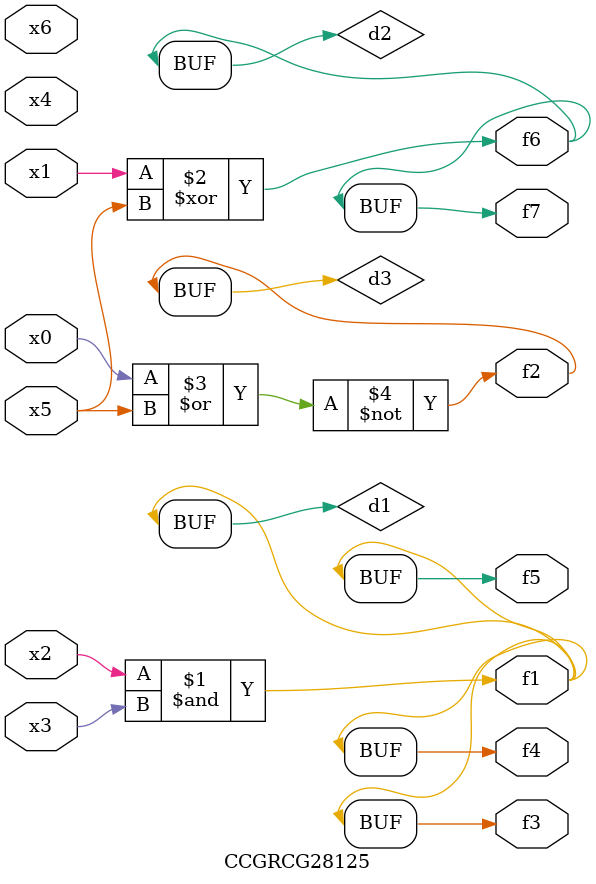
<source format=v>
module CCGRCG28125(
	input x0, x1, x2, x3, x4, x5, x6,
	output f1, f2, f3, f4, f5, f6, f7
);

	wire d1, d2, d3;

	and (d1, x2, x3);
	xor (d2, x1, x5);
	nor (d3, x0, x5);
	assign f1 = d1;
	assign f2 = d3;
	assign f3 = d1;
	assign f4 = d1;
	assign f5 = d1;
	assign f6 = d2;
	assign f7 = d2;
endmodule

</source>
